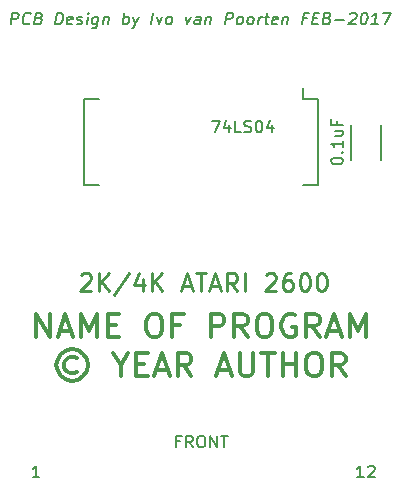
<source format=gbr>
%TF.GenerationSoftware,KiCad,Pcbnew,5.1.9+dfsg1-1+deb11u1*%
%TF.CreationDate,2022-09-21T02:53:36+02:00*%
%TF.ProjectId,outline+2600cart,6f75746c-696e-4652-9b32-363030636172,rev?*%
%TF.SameCoordinates,Original*%
%TF.FileFunction,Legend,Top*%
%TF.FilePolarity,Positive*%
%FSLAX46Y46*%
G04 Gerber Fmt 4.6, Leading zero omitted, Abs format (unit mm)*
G04 Created by KiCad (PCBNEW 5.1.9+dfsg1-1+deb11u1) date 2022-09-21 02:53:36*
%MOMM*%
%LPD*%
G01*
G04 APERTURE LIST*
%ADD10C,0.200000*%
%ADD11C,0.250000*%
%ADD12C,0.300000*%
%ADD13C,0.150000*%
G04 APERTURE END LIST*
D10*
X107688285Y-83748571D02*
X107354952Y-83748571D01*
X107354952Y-84272380D02*
X107354952Y-83272380D01*
X107831142Y-83272380D01*
X108783523Y-84272380D02*
X108450190Y-83796190D01*
X108212095Y-84272380D02*
X108212095Y-83272380D01*
X108593047Y-83272380D01*
X108688285Y-83320000D01*
X108735904Y-83367619D01*
X108783523Y-83462857D01*
X108783523Y-83605714D01*
X108735904Y-83700952D01*
X108688285Y-83748571D01*
X108593047Y-83796190D01*
X108212095Y-83796190D01*
X109402571Y-83272380D02*
X109593047Y-83272380D01*
X109688285Y-83320000D01*
X109783523Y-83415238D01*
X109831142Y-83605714D01*
X109831142Y-83939047D01*
X109783523Y-84129523D01*
X109688285Y-84224761D01*
X109593047Y-84272380D01*
X109402571Y-84272380D01*
X109307333Y-84224761D01*
X109212095Y-84129523D01*
X109164476Y-83939047D01*
X109164476Y-83605714D01*
X109212095Y-83415238D01*
X109307333Y-83320000D01*
X109402571Y-83272380D01*
X110259714Y-84272380D02*
X110259714Y-83272380D01*
X110831142Y-84272380D01*
X110831142Y-83272380D01*
X111164476Y-83272380D02*
X111735904Y-83272380D01*
X111450190Y-84272380D02*
X111450190Y-83272380D01*
D11*
X99335142Y-69679428D02*
X99406571Y-69608000D01*
X99549428Y-69536571D01*
X99906571Y-69536571D01*
X100049428Y-69608000D01*
X100120857Y-69679428D01*
X100192285Y-69822285D01*
X100192285Y-69965142D01*
X100120857Y-70179428D01*
X99263714Y-71036571D01*
X100192285Y-71036571D01*
X100835142Y-71036571D02*
X100835142Y-69536571D01*
X101692285Y-71036571D02*
X101049428Y-70179428D01*
X101692285Y-69536571D02*
X100835142Y-70393714D01*
X103406571Y-69465142D02*
X102120857Y-71393714D01*
X104549428Y-70036571D02*
X104549428Y-71036571D01*
X104192285Y-69465142D02*
X103835142Y-70536571D01*
X104763714Y-70536571D01*
X105335142Y-71036571D02*
X105335142Y-69536571D01*
X106192285Y-71036571D02*
X105549428Y-70179428D01*
X106192285Y-69536571D02*
X105335142Y-70393714D01*
X107906571Y-70608000D02*
X108620857Y-70608000D01*
X107763714Y-71036571D02*
X108263714Y-69536571D01*
X108763714Y-71036571D01*
X109049428Y-69536571D02*
X109906571Y-69536571D01*
X109478000Y-71036571D02*
X109478000Y-69536571D01*
X110335142Y-70608000D02*
X111049428Y-70608000D01*
X110192285Y-71036571D02*
X110692285Y-69536571D01*
X111192285Y-71036571D01*
X112549428Y-71036571D02*
X112049428Y-70322285D01*
X111692285Y-71036571D02*
X111692285Y-69536571D01*
X112263714Y-69536571D01*
X112406571Y-69608000D01*
X112478000Y-69679428D01*
X112549428Y-69822285D01*
X112549428Y-70036571D01*
X112478000Y-70179428D01*
X112406571Y-70250857D01*
X112263714Y-70322285D01*
X111692285Y-70322285D01*
X113192285Y-71036571D02*
X113192285Y-69536571D01*
X114978000Y-69679428D02*
X115049428Y-69608000D01*
X115192285Y-69536571D01*
X115549428Y-69536571D01*
X115692285Y-69608000D01*
X115763714Y-69679428D01*
X115835142Y-69822285D01*
X115835142Y-69965142D01*
X115763714Y-70179428D01*
X114906571Y-71036571D01*
X115835142Y-71036571D01*
X117120857Y-69536571D02*
X116835142Y-69536571D01*
X116692285Y-69608000D01*
X116620857Y-69679428D01*
X116478000Y-69893714D01*
X116406571Y-70179428D01*
X116406571Y-70750857D01*
X116478000Y-70893714D01*
X116549428Y-70965142D01*
X116692285Y-71036571D01*
X116978000Y-71036571D01*
X117120857Y-70965142D01*
X117192285Y-70893714D01*
X117263714Y-70750857D01*
X117263714Y-70393714D01*
X117192285Y-70250857D01*
X117120857Y-70179428D01*
X116978000Y-70108000D01*
X116692285Y-70108000D01*
X116549428Y-70179428D01*
X116478000Y-70250857D01*
X116406571Y-70393714D01*
X118192285Y-69536571D02*
X118335142Y-69536571D01*
X118478000Y-69608000D01*
X118549428Y-69679428D01*
X118620857Y-69822285D01*
X118692285Y-70108000D01*
X118692285Y-70465142D01*
X118620857Y-70750857D01*
X118549428Y-70893714D01*
X118478000Y-70965142D01*
X118335142Y-71036571D01*
X118192285Y-71036571D01*
X118049428Y-70965142D01*
X117978000Y-70893714D01*
X117906571Y-70750857D01*
X117835142Y-70465142D01*
X117835142Y-70108000D01*
X117906571Y-69822285D01*
X117978000Y-69679428D01*
X118049428Y-69608000D01*
X118192285Y-69536571D01*
X119620857Y-69536571D02*
X119763714Y-69536571D01*
X119906571Y-69608000D01*
X119978000Y-69679428D01*
X120049428Y-69822285D01*
X120120857Y-70108000D01*
X120120857Y-70465142D01*
X120049428Y-70750857D01*
X119978000Y-70893714D01*
X119906571Y-70965142D01*
X119763714Y-71036571D01*
X119620857Y-71036571D01*
X119478000Y-70965142D01*
X119406571Y-70893714D01*
X119335142Y-70750857D01*
X119263714Y-70465142D01*
X119263714Y-70108000D01*
X119335142Y-69822285D01*
X119406571Y-69679428D01*
X119478000Y-69608000D01*
X119620857Y-69536571D01*
D12*
X95521619Y-74946761D02*
X95521619Y-72946761D01*
X96664476Y-74946761D01*
X96664476Y-72946761D01*
X97521619Y-74375333D02*
X98474000Y-74375333D01*
X97331142Y-74946761D02*
X97997809Y-72946761D01*
X98664476Y-74946761D01*
X99331142Y-74946761D02*
X99331142Y-72946761D01*
X99997809Y-74375333D01*
X100664476Y-72946761D01*
X100664476Y-74946761D01*
X101616857Y-73899142D02*
X102283523Y-73899142D01*
X102569238Y-74946761D02*
X101616857Y-74946761D01*
X101616857Y-72946761D01*
X102569238Y-72946761D01*
X105331142Y-72946761D02*
X105712095Y-72946761D01*
X105902571Y-73042000D01*
X106093047Y-73232476D01*
X106188285Y-73613428D01*
X106188285Y-74280095D01*
X106093047Y-74661047D01*
X105902571Y-74851523D01*
X105712095Y-74946761D01*
X105331142Y-74946761D01*
X105140666Y-74851523D01*
X104950190Y-74661047D01*
X104854952Y-74280095D01*
X104854952Y-73613428D01*
X104950190Y-73232476D01*
X105140666Y-73042000D01*
X105331142Y-72946761D01*
X107712095Y-73899142D02*
X107045428Y-73899142D01*
X107045428Y-74946761D02*
X107045428Y-72946761D01*
X107997809Y-72946761D01*
X110283523Y-74946761D02*
X110283523Y-72946761D01*
X111045428Y-72946761D01*
X111235904Y-73042000D01*
X111331142Y-73137238D01*
X111426380Y-73327714D01*
X111426380Y-73613428D01*
X111331142Y-73803904D01*
X111235904Y-73899142D01*
X111045428Y-73994380D01*
X110283523Y-73994380D01*
X113426380Y-74946761D02*
X112759714Y-73994380D01*
X112283523Y-74946761D02*
X112283523Y-72946761D01*
X113045428Y-72946761D01*
X113235904Y-73042000D01*
X113331142Y-73137238D01*
X113426380Y-73327714D01*
X113426380Y-73613428D01*
X113331142Y-73803904D01*
X113235904Y-73899142D01*
X113045428Y-73994380D01*
X112283523Y-73994380D01*
X114664476Y-72946761D02*
X115045428Y-72946761D01*
X115235904Y-73042000D01*
X115426380Y-73232476D01*
X115521619Y-73613428D01*
X115521619Y-74280095D01*
X115426380Y-74661047D01*
X115235904Y-74851523D01*
X115045428Y-74946761D01*
X114664476Y-74946761D01*
X114474000Y-74851523D01*
X114283523Y-74661047D01*
X114188285Y-74280095D01*
X114188285Y-73613428D01*
X114283523Y-73232476D01*
X114474000Y-73042000D01*
X114664476Y-72946761D01*
X117426380Y-73042000D02*
X117235904Y-72946761D01*
X116950190Y-72946761D01*
X116664476Y-73042000D01*
X116474000Y-73232476D01*
X116378761Y-73422952D01*
X116283523Y-73803904D01*
X116283523Y-74089619D01*
X116378761Y-74470571D01*
X116474000Y-74661047D01*
X116664476Y-74851523D01*
X116950190Y-74946761D01*
X117140666Y-74946761D01*
X117426380Y-74851523D01*
X117521619Y-74756285D01*
X117521619Y-74089619D01*
X117140666Y-74089619D01*
X119521619Y-74946761D02*
X118854952Y-73994380D01*
X118378761Y-74946761D02*
X118378761Y-72946761D01*
X119140666Y-72946761D01*
X119331142Y-73042000D01*
X119426380Y-73137238D01*
X119521619Y-73327714D01*
X119521619Y-73613428D01*
X119426380Y-73803904D01*
X119331142Y-73899142D01*
X119140666Y-73994380D01*
X118378761Y-73994380D01*
X120283523Y-74375333D02*
X121235904Y-74375333D01*
X120093047Y-74946761D02*
X120759714Y-72946761D01*
X121426380Y-74946761D01*
X122093047Y-74946761D02*
X122093047Y-72946761D01*
X122759714Y-74375333D01*
X123426380Y-72946761D01*
X123426380Y-74946761D01*
X98950190Y-76722952D02*
X98759714Y-76627714D01*
X98378761Y-76627714D01*
X98188285Y-76722952D01*
X97997809Y-76913428D01*
X97902571Y-77103904D01*
X97902571Y-77484857D01*
X97997809Y-77675333D01*
X98188285Y-77865809D01*
X98378761Y-77961047D01*
X98759714Y-77961047D01*
X98950190Y-77865809D01*
X98569238Y-75961047D02*
X98093047Y-76056285D01*
X97616857Y-76342000D01*
X97331142Y-76818190D01*
X97235904Y-77294380D01*
X97331142Y-77770571D01*
X97616857Y-78246761D01*
X98093047Y-78532476D01*
X98569238Y-78627714D01*
X99045428Y-78532476D01*
X99521619Y-78246761D01*
X99807333Y-77770571D01*
X99902571Y-77294380D01*
X99807333Y-76818190D01*
X99521619Y-76342000D01*
X99045428Y-76056285D01*
X98569238Y-75961047D01*
X102664476Y-77294380D02*
X102664476Y-78246761D01*
X101997809Y-76246761D02*
X102664476Y-77294380D01*
X103331142Y-76246761D01*
X103997809Y-77199142D02*
X104664476Y-77199142D01*
X104950190Y-78246761D02*
X103997809Y-78246761D01*
X103997809Y-76246761D01*
X104950190Y-76246761D01*
X105712095Y-77675333D02*
X106664476Y-77675333D01*
X105521619Y-78246761D02*
X106188285Y-76246761D01*
X106854952Y-78246761D01*
X108664476Y-78246761D02*
X107997809Y-77294380D01*
X107521619Y-78246761D02*
X107521619Y-76246761D01*
X108283523Y-76246761D01*
X108474000Y-76342000D01*
X108569238Y-76437238D01*
X108664476Y-76627714D01*
X108664476Y-76913428D01*
X108569238Y-77103904D01*
X108474000Y-77199142D01*
X108283523Y-77294380D01*
X107521619Y-77294380D01*
X110950190Y-77675333D02*
X111902571Y-77675333D01*
X110759714Y-78246761D02*
X111426380Y-76246761D01*
X112093047Y-78246761D01*
X112759714Y-76246761D02*
X112759714Y-77865809D01*
X112854952Y-78056285D01*
X112950190Y-78151523D01*
X113140666Y-78246761D01*
X113521619Y-78246761D01*
X113712095Y-78151523D01*
X113807333Y-78056285D01*
X113902571Y-77865809D01*
X113902571Y-76246761D01*
X114569238Y-76246761D02*
X115712095Y-76246761D01*
X115140666Y-78246761D02*
X115140666Y-76246761D01*
X116378761Y-78246761D02*
X116378761Y-76246761D01*
X116378761Y-77199142D02*
X117521619Y-77199142D01*
X117521619Y-78246761D02*
X117521619Y-76246761D01*
X118854952Y-76246761D02*
X119235904Y-76246761D01*
X119426380Y-76342000D01*
X119616857Y-76532476D01*
X119712095Y-76913428D01*
X119712095Y-77580095D01*
X119616857Y-77961047D01*
X119426380Y-78151523D01*
X119235904Y-78246761D01*
X118854952Y-78246761D01*
X118664476Y-78151523D01*
X118474000Y-77961047D01*
X118378761Y-77580095D01*
X118378761Y-76913428D01*
X118474000Y-76532476D01*
X118664476Y-76342000D01*
X118854952Y-76246761D01*
X121712095Y-78246761D02*
X121045428Y-77294380D01*
X120569238Y-78246761D02*
X120569238Y-76246761D01*
X121331142Y-76246761D01*
X121521619Y-76342000D01*
X121616857Y-76437238D01*
X121712095Y-76627714D01*
X121712095Y-76913428D01*
X121616857Y-77103904D01*
X121521619Y-77199142D01*
X121331142Y-77294380D01*
X120569238Y-77294380D01*
D10*
X93369952Y-48458380D02*
X93494952Y-47458380D01*
X93875904Y-47458380D01*
X93965190Y-47506000D01*
X94006857Y-47553619D01*
X94042571Y-47648857D01*
X94024714Y-47791714D01*
X93965190Y-47886952D01*
X93911619Y-47934571D01*
X93810428Y-47982190D01*
X93429476Y-47982190D01*
X94953285Y-48363142D02*
X94899714Y-48410761D01*
X94750904Y-48458380D01*
X94655666Y-48458380D01*
X94518761Y-48410761D01*
X94435428Y-48315523D01*
X94399714Y-48220285D01*
X94375904Y-48029809D01*
X94393761Y-47886952D01*
X94465190Y-47696476D01*
X94524714Y-47601238D01*
X94631857Y-47506000D01*
X94780666Y-47458380D01*
X94875904Y-47458380D01*
X95012809Y-47506000D01*
X95054476Y-47553619D01*
X95768761Y-47934571D02*
X95905666Y-47982190D01*
X95947333Y-48029809D01*
X95983047Y-48125047D01*
X95965190Y-48267904D01*
X95905666Y-48363142D01*
X95852095Y-48410761D01*
X95750904Y-48458380D01*
X95369952Y-48458380D01*
X95494952Y-47458380D01*
X95828285Y-47458380D01*
X95917571Y-47506000D01*
X95959238Y-47553619D01*
X95994952Y-47648857D01*
X95983047Y-47744095D01*
X95923523Y-47839333D01*
X95869952Y-47886952D01*
X95768761Y-47934571D01*
X95435428Y-47934571D01*
X97131857Y-48458380D02*
X97256857Y-47458380D01*
X97494952Y-47458380D01*
X97631857Y-47506000D01*
X97715190Y-47601238D01*
X97750904Y-47696476D01*
X97774714Y-47886952D01*
X97756857Y-48029809D01*
X97685428Y-48220285D01*
X97625904Y-48315523D01*
X97518761Y-48410761D01*
X97369952Y-48458380D01*
X97131857Y-48458380D01*
X98518761Y-48410761D02*
X98417571Y-48458380D01*
X98227095Y-48458380D01*
X98137809Y-48410761D01*
X98102095Y-48315523D01*
X98149714Y-47934571D01*
X98209238Y-47839333D01*
X98310428Y-47791714D01*
X98500904Y-47791714D01*
X98590190Y-47839333D01*
X98625904Y-47934571D01*
X98614000Y-48029809D01*
X98125904Y-48125047D01*
X98947333Y-48410761D02*
X99036619Y-48458380D01*
X99227095Y-48458380D01*
X99328285Y-48410761D01*
X99387809Y-48315523D01*
X99393761Y-48267904D01*
X99358047Y-48172666D01*
X99268761Y-48125047D01*
X99125904Y-48125047D01*
X99036619Y-48077428D01*
X99000904Y-47982190D01*
X99006857Y-47934571D01*
X99066380Y-47839333D01*
X99167571Y-47791714D01*
X99310428Y-47791714D01*
X99399714Y-47839333D01*
X99798523Y-48458380D02*
X99881857Y-47791714D01*
X99923523Y-47458380D02*
X99869952Y-47506000D01*
X99911619Y-47553619D01*
X99965190Y-47506000D01*
X99923523Y-47458380D01*
X99911619Y-47553619D01*
X100786619Y-47791714D02*
X100685428Y-48601238D01*
X100625904Y-48696476D01*
X100572333Y-48744095D01*
X100471142Y-48791714D01*
X100328285Y-48791714D01*
X100239000Y-48744095D01*
X100709238Y-48410761D02*
X100608047Y-48458380D01*
X100417571Y-48458380D01*
X100328285Y-48410761D01*
X100286619Y-48363142D01*
X100250904Y-48267904D01*
X100286619Y-47982190D01*
X100346142Y-47886952D01*
X100399714Y-47839333D01*
X100500904Y-47791714D01*
X100691380Y-47791714D01*
X100780666Y-47839333D01*
X101262809Y-47791714D02*
X101179476Y-48458380D01*
X101250904Y-47886952D02*
X101304476Y-47839333D01*
X101405666Y-47791714D01*
X101548523Y-47791714D01*
X101637809Y-47839333D01*
X101673523Y-47934571D01*
X101608047Y-48458380D01*
X102846142Y-48458380D02*
X102971142Y-47458380D01*
X102923523Y-47839333D02*
X103024714Y-47791714D01*
X103215190Y-47791714D01*
X103304476Y-47839333D01*
X103346142Y-47886952D01*
X103381857Y-47982190D01*
X103346142Y-48267904D01*
X103286619Y-48363142D01*
X103233047Y-48410761D01*
X103131857Y-48458380D01*
X102941380Y-48458380D01*
X102852095Y-48410761D01*
X103739000Y-47791714D02*
X103893761Y-48458380D01*
X104215190Y-47791714D02*
X103893761Y-48458380D01*
X103768761Y-48696476D01*
X103715190Y-48744095D01*
X103614000Y-48791714D01*
X105274714Y-48458380D02*
X105399714Y-47458380D01*
X105739000Y-47791714D02*
X105893761Y-48458380D01*
X106215190Y-47791714D01*
X106655666Y-48458380D02*
X106566380Y-48410761D01*
X106524714Y-48363142D01*
X106489000Y-48267904D01*
X106524714Y-47982190D01*
X106584238Y-47886952D01*
X106637809Y-47839333D01*
X106739000Y-47791714D01*
X106881857Y-47791714D01*
X106971142Y-47839333D01*
X107012809Y-47886952D01*
X107048523Y-47982190D01*
X107012809Y-48267904D01*
X106953285Y-48363142D01*
X106899714Y-48410761D01*
X106798523Y-48458380D01*
X106655666Y-48458380D01*
X108167571Y-47791714D02*
X108322333Y-48458380D01*
X108643761Y-47791714D01*
X109369952Y-48458380D02*
X109435428Y-47934571D01*
X109399714Y-47839333D01*
X109310428Y-47791714D01*
X109119952Y-47791714D01*
X109018761Y-47839333D01*
X109375904Y-48410761D02*
X109274714Y-48458380D01*
X109036619Y-48458380D01*
X108947333Y-48410761D01*
X108911619Y-48315523D01*
X108923523Y-48220285D01*
X108983047Y-48125047D01*
X109084238Y-48077428D01*
X109322333Y-48077428D01*
X109423523Y-48029809D01*
X109929476Y-47791714D02*
X109846142Y-48458380D01*
X109917571Y-47886952D02*
X109971142Y-47839333D01*
X110072333Y-47791714D01*
X110215190Y-47791714D01*
X110304476Y-47839333D01*
X110340190Y-47934571D01*
X110274714Y-48458380D01*
X111512809Y-48458380D02*
X111637809Y-47458380D01*
X112018761Y-47458380D01*
X112108047Y-47506000D01*
X112149714Y-47553619D01*
X112185428Y-47648857D01*
X112167571Y-47791714D01*
X112108047Y-47886952D01*
X112054476Y-47934571D01*
X111953285Y-47982190D01*
X111572333Y-47982190D01*
X112655666Y-48458380D02*
X112566380Y-48410761D01*
X112524714Y-48363142D01*
X112489000Y-48267904D01*
X112524714Y-47982190D01*
X112584238Y-47886952D01*
X112637809Y-47839333D01*
X112739000Y-47791714D01*
X112881857Y-47791714D01*
X112971142Y-47839333D01*
X113012809Y-47886952D01*
X113048523Y-47982190D01*
X113012809Y-48267904D01*
X112953285Y-48363142D01*
X112899714Y-48410761D01*
X112798523Y-48458380D01*
X112655666Y-48458380D01*
X113560428Y-48458380D02*
X113471142Y-48410761D01*
X113429476Y-48363142D01*
X113393761Y-48267904D01*
X113429476Y-47982190D01*
X113489000Y-47886952D01*
X113542571Y-47839333D01*
X113643761Y-47791714D01*
X113786619Y-47791714D01*
X113875904Y-47839333D01*
X113917571Y-47886952D01*
X113953285Y-47982190D01*
X113917571Y-48267904D01*
X113858047Y-48363142D01*
X113804476Y-48410761D01*
X113703285Y-48458380D01*
X113560428Y-48458380D01*
X114322333Y-48458380D02*
X114405666Y-47791714D01*
X114381857Y-47982190D02*
X114441380Y-47886952D01*
X114494952Y-47839333D01*
X114596142Y-47791714D01*
X114691380Y-47791714D01*
X114881857Y-47791714D02*
X115262809Y-47791714D01*
X115066380Y-47458380D02*
X114959238Y-48315523D01*
X114994952Y-48410761D01*
X115084238Y-48458380D01*
X115179476Y-48458380D01*
X115899714Y-48410761D02*
X115798523Y-48458380D01*
X115608047Y-48458380D01*
X115518761Y-48410761D01*
X115483047Y-48315523D01*
X115530666Y-47934571D01*
X115590190Y-47839333D01*
X115691380Y-47791714D01*
X115881857Y-47791714D01*
X115971142Y-47839333D01*
X116006857Y-47934571D01*
X115994952Y-48029809D01*
X115506857Y-48125047D01*
X116453285Y-47791714D02*
X116369952Y-48458380D01*
X116441380Y-47886952D02*
X116494952Y-47839333D01*
X116596142Y-47791714D01*
X116738999Y-47791714D01*
X116828285Y-47839333D01*
X116864000Y-47934571D01*
X116798523Y-48458380D01*
X118435428Y-47934571D02*
X118102095Y-47934571D01*
X118036619Y-48458380D02*
X118161619Y-47458380D01*
X118637809Y-47458380D01*
X118959238Y-47934571D02*
X119292571Y-47934571D01*
X119369952Y-48458380D02*
X118893761Y-48458380D01*
X119018761Y-47458380D01*
X119494952Y-47458380D01*
X120197333Y-47934571D02*
X120334238Y-47982190D01*
X120375904Y-48029809D01*
X120411619Y-48125047D01*
X120393761Y-48267904D01*
X120334238Y-48363142D01*
X120280666Y-48410761D01*
X120179476Y-48458380D01*
X119798523Y-48458380D01*
X119923523Y-47458380D01*
X120256857Y-47458380D01*
X120346142Y-47506000D01*
X120387809Y-47553619D01*
X120423523Y-47648857D01*
X120411619Y-47744095D01*
X120352095Y-47839333D01*
X120298523Y-47886952D01*
X120197333Y-47934571D01*
X119863999Y-47934571D01*
X120846142Y-48077428D02*
X121608047Y-48077428D01*
X122102095Y-47553619D02*
X122155666Y-47506000D01*
X122256857Y-47458380D01*
X122494952Y-47458380D01*
X122584238Y-47506000D01*
X122625904Y-47553619D01*
X122661619Y-47648857D01*
X122649714Y-47744095D01*
X122584238Y-47886952D01*
X121941380Y-48458380D01*
X122560428Y-48458380D01*
X123304476Y-47458380D02*
X123399714Y-47458380D01*
X123488999Y-47506000D01*
X123530666Y-47553619D01*
X123566380Y-47648857D01*
X123590190Y-47839333D01*
X123560428Y-48077428D01*
X123488999Y-48267904D01*
X123429476Y-48363142D01*
X123375904Y-48410761D01*
X123274714Y-48458380D01*
X123179476Y-48458380D01*
X123090190Y-48410761D01*
X123048523Y-48363142D01*
X123012809Y-48267904D01*
X122988999Y-48077428D01*
X123018761Y-47839333D01*
X123090190Y-47648857D01*
X123149714Y-47553619D01*
X123203285Y-47506000D01*
X123304476Y-47458380D01*
X124465190Y-48458380D02*
X123893761Y-48458380D01*
X124179476Y-48458380D02*
X124304476Y-47458380D01*
X124191380Y-47601238D01*
X124084238Y-47696476D01*
X123983047Y-47744095D01*
X124923523Y-47458380D02*
X125590190Y-47458380D01*
X125036619Y-48458380D01*
D13*
%TO.C,C1*%
X122194000Y-59940000D02*
X122194000Y-56940000D01*
X124694000Y-56940000D02*
X124694000Y-59940000D01*
%TO.C,U2*%
X119389000Y-54745000D02*
X118119000Y-54745000D01*
X119389000Y-62095000D02*
X118119000Y-62095000D01*
X99559000Y-62095000D02*
X100829000Y-62095000D01*
X99559000Y-54745000D02*
X100829000Y-54745000D01*
X119389000Y-54745000D02*
X119389000Y-62095000D01*
X99559000Y-54745000D02*
X99559000Y-62095000D01*
X118119000Y-54745000D02*
X118119000Y-53810000D01*
%TO.C,C1*%
X120483380Y-60062857D02*
X120483380Y-59967619D01*
X120531000Y-59872380D01*
X120578619Y-59824761D01*
X120673857Y-59777142D01*
X120864333Y-59729523D01*
X121102428Y-59729523D01*
X121292904Y-59777142D01*
X121388142Y-59824761D01*
X121435761Y-59872380D01*
X121483380Y-59967619D01*
X121483380Y-60062857D01*
X121435761Y-60158095D01*
X121388142Y-60205714D01*
X121292904Y-60253333D01*
X121102428Y-60300952D01*
X120864333Y-60300952D01*
X120673857Y-60253333D01*
X120578619Y-60205714D01*
X120531000Y-60158095D01*
X120483380Y-60062857D01*
X121388142Y-59300952D02*
X121435761Y-59253333D01*
X121483380Y-59300952D01*
X121435761Y-59348571D01*
X121388142Y-59300952D01*
X121483380Y-59300952D01*
X121483380Y-58300952D02*
X121483380Y-58872380D01*
X121483380Y-58586666D02*
X120483380Y-58586666D01*
X120626238Y-58681904D01*
X120721476Y-58777142D01*
X120769095Y-58872380D01*
X120816714Y-57443809D02*
X121483380Y-57443809D01*
X120816714Y-57872380D02*
X121340523Y-57872380D01*
X121435761Y-57824761D01*
X121483380Y-57729523D01*
X121483380Y-57586666D01*
X121435761Y-57491428D01*
X121388142Y-57443809D01*
X120959571Y-56634285D02*
X120959571Y-56967619D01*
X121483380Y-56967619D02*
X120483380Y-56967619D01*
X120483380Y-56491428D01*
%TO.C,U2*%
X110387142Y-56602380D02*
X111053809Y-56602380D01*
X110625238Y-57602380D01*
X111863333Y-56935714D02*
X111863333Y-57602380D01*
X111625238Y-56554761D02*
X111387142Y-57269047D01*
X112006190Y-57269047D01*
X112863333Y-57602380D02*
X112387142Y-57602380D01*
X112387142Y-56602380D01*
X113149047Y-57554761D02*
X113291904Y-57602380D01*
X113530000Y-57602380D01*
X113625238Y-57554761D01*
X113672857Y-57507142D01*
X113720476Y-57411904D01*
X113720476Y-57316666D01*
X113672857Y-57221428D01*
X113625238Y-57173809D01*
X113530000Y-57126190D01*
X113339523Y-57078571D01*
X113244285Y-57030952D01*
X113196666Y-56983333D01*
X113149047Y-56888095D01*
X113149047Y-56792857D01*
X113196666Y-56697619D01*
X113244285Y-56650000D01*
X113339523Y-56602380D01*
X113577619Y-56602380D01*
X113720476Y-56650000D01*
X114339523Y-56602380D02*
X114434761Y-56602380D01*
X114530000Y-56650000D01*
X114577619Y-56697619D01*
X114625238Y-56792857D01*
X114672857Y-56983333D01*
X114672857Y-57221428D01*
X114625238Y-57411904D01*
X114577619Y-57507142D01*
X114530000Y-57554761D01*
X114434761Y-57602380D01*
X114339523Y-57602380D01*
X114244285Y-57554761D01*
X114196666Y-57507142D01*
X114149047Y-57411904D01*
X114101428Y-57221428D01*
X114101428Y-56983333D01*
X114149047Y-56792857D01*
X114196666Y-56697619D01*
X114244285Y-56650000D01*
X114339523Y-56602380D01*
X115530000Y-56935714D02*
X115530000Y-57602380D01*
X115291904Y-56554761D02*
X115053809Y-57269047D01*
X115672857Y-57269047D01*
%TO.C,U1*%
X123253523Y-86812380D02*
X122682095Y-86812380D01*
X122967809Y-86812380D02*
X122967809Y-85812380D01*
X122872571Y-85955238D01*
X122777333Y-86050476D01*
X122682095Y-86098095D01*
X123634476Y-85907619D02*
X123682095Y-85860000D01*
X123777333Y-85812380D01*
X124015428Y-85812380D01*
X124110666Y-85860000D01*
X124158285Y-85907619D01*
X124205904Y-86002857D01*
X124205904Y-86098095D01*
X124158285Y-86240952D01*
X123586857Y-86812380D01*
X124205904Y-86812380D01*
X95789714Y-86812380D02*
X95218285Y-86812380D01*
X95504000Y-86812380D02*
X95504000Y-85812380D01*
X95408761Y-85955238D01*
X95313523Y-86050476D01*
X95218285Y-86098095D01*
%TD*%
M02*

</source>
